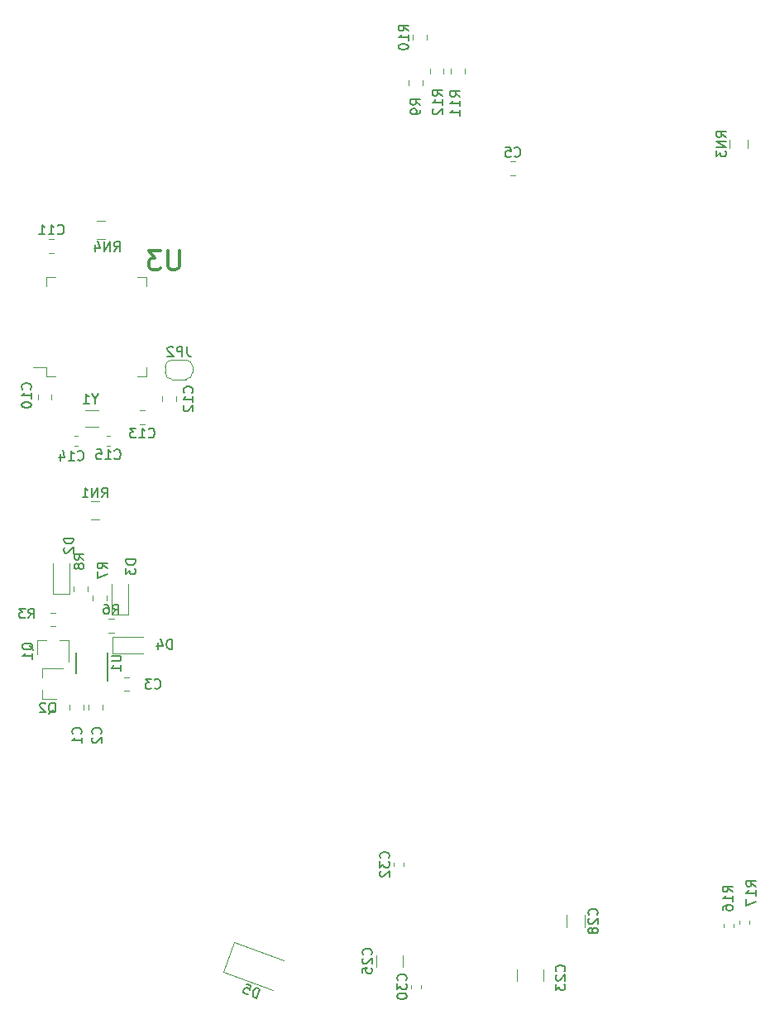
<source format=gbr>
G04 #@! TF.GenerationSoftware,KiCad,Pcbnew,(5.1.5)-3*
G04 #@! TF.CreationDate,2020-10-13T22:13:04-07:00*
G04 #@! TF.ProjectId,LCP_PowerControl,4c43505f-506f-4776-9572-436f6e74726f,rev?*
G04 #@! TF.SameCoordinates,Original*
G04 #@! TF.FileFunction,Legend,Bot*
G04 #@! TF.FilePolarity,Positive*
%FSLAX46Y46*%
G04 Gerber Fmt 4.6, Leading zero omitted, Abs format (unit mm)*
G04 Created by KiCad (PCBNEW (5.1.5)-3) date 2020-10-13 22:13:04*
%MOMM*%
%LPD*%
G04 APERTURE LIST*
%ADD10C,0.120000*%
%ADD11C,0.150000*%
%ADD12C,0.300000*%
G04 APERTURE END LIST*
D10*
X95007500Y-85974422D02*
X95007500Y-86491578D01*
X93587500Y-85974422D02*
X93587500Y-86491578D01*
X87055000Y-87390000D02*
X85705000Y-87390000D01*
X87055000Y-89140000D02*
X85705000Y-89140000D01*
X152652000Y-139964279D02*
X152652000Y-139638721D01*
X153672000Y-139964279D02*
X153672000Y-139638721D01*
X81718000Y-83023000D02*
X80378000Y-83023000D01*
X81718000Y-83973000D02*
X81718000Y-83023000D01*
X82668000Y-83973000D02*
X81718000Y-83973000D01*
X91938000Y-83973000D02*
X91938000Y-83023000D01*
X90988000Y-83973000D02*
X91938000Y-83973000D01*
X81718000Y-73753000D02*
X81718000Y-74703000D01*
X82668000Y-73753000D02*
X81718000Y-73753000D01*
X91938000Y-73753000D02*
X91938000Y-74703000D01*
X90988000Y-73753000D02*
X91938000Y-73753000D01*
D11*
X84719000Y-114333500D02*
X84719000Y-112233500D01*
X87969000Y-115108500D02*
X87969000Y-112233500D01*
D10*
X87673500Y-69862000D02*
X86873500Y-69862000D01*
X87673500Y-68022000D02*
X86873500Y-68022000D01*
X153510500Y-59734500D02*
X153510500Y-60534500D01*
X151670500Y-59734500D02*
X151670500Y-60534500D01*
X86302000Y-96724000D02*
X87102000Y-96724000D01*
X86302000Y-98564000D02*
X87102000Y-98564000D01*
X152021000Y-140019721D02*
X152021000Y-140345279D01*
X151001000Y-140019721D02*
X151001000Y-140345279D01*
X120956000Y-52978578D02*
X120956000Y-52461422D01*
X122376000Y-52978578D02*
X122376000Y-52461422D01*
X124535000Y-52461422D02*
X124535000Y-52978578D01*
X123115000Y-52461422D02*
X123115000Y-52978578D01*
X120661500Y-48968922D02*
X120661500Y-49486078D01*
X119241500Y-48968922D02*
X119241500Y-49486078D01*
X120217000Y-54155078D02*
X120217000Y-53637922D01*
X118797000Y-54155078D02*
X118797000Y-53637922D01*
X85927000Y-105420422D02*
X85927000Y-105937578D01*
X84507000Y-105420422D02*
X84507000Y-105937578D01*
X87895500Y-106406422D02*
X87895500Y-106923578D01*
X86475500Y-106406422D02*
X86475500Y-106923578D01*
X88602078Y-110184000D02*
X88084922Y-110184000D01*
X88602078Y-108764000D02*
X88084922Y-108764000D01*
X82100922Y-108129000D02*
X82618078Y-108129000D01*
X82100922Y-109549000D02*
X82618078Y-109549000D01*
X81234500Y-116962000D02*
X82694500Y-116962000D01*
X81234500Y-113802000D02*
X83394500Y-113802000D01*
X81234500Y-113802000D02*
X81234500Y-114732000D01*
X81234500Y-116962000D02*
X81234500Y-116032000D01*
X80782000Y-110952500D02*
X80782000Y-112412500D01*
X83942000Y-110952500D02*
X83942000Y-113112500D01*
X83942000Y-110952500D02*
X83012000Y-110952500D01*
X80782000Y-110952500D02*
X81712000Y-110952500D01*
X95965000Y-82248500D02*
X94565000Y-82248500D01*
X93865000Y-82948500D02*
X93865000Y-83548500D01*
X94565000Y-84248500D02*
X95965000Y-84248500D01*
X96665000Y-83548500D02*
X96665000Y-82948500D01*
X96665000Y-82948500D02*
G75*
G03X95965000Y-82248500I-700000J0D01*
G01*
X95965000Y-84248500D02*
G75*
G03X96665000Y-83548500I0J700000D01*
G01*
X93865000Y-83548500D02*
G75*
G03X94565000Y-84248500I700000J0D01*
G01*
X94565000Y-82248500D02*
G75*
G03X93865000Y-82948500I0J-700000D01*
G01*
X99796727Y-144940784D02*
X104871067Y-146787693D01*
X100925393Y-141839799D02*
X105999733Y-143686707D01*
X99796727Y-144940784D02*
X100925393Y-141839799D01*
X88460500Y-112292500D02*
X91610500Y-112292500D01*
X88460500Y-110592500D02*
X91610500Y-110592500D01*
X88460500Y-112292500D02*
X88460500Y-110592500D01*
X90067500Y-108326000D02*
X90067500Y-105176000D01*
X88367500Y-108326000D02*
X88367500Y-105176000D01*
X90067500Y-108326000D02*
X88367500Y-108326000D01*
X84035000Y-106210500D02*
X84035000Y-103060500D01*
X82335000Y-106210500D02*
X82335000Y-103060500D01*
X84035000Y-106210500D02*
X82335000Y-106210500D01*
X118302500Y-133733221D02*
X118302500Y-134058779D01*
X117282500Y-133733221D02*
X117282500Y-134058779D01*
X120080500Y-146242721D02*
X120080500Y-146568279D01*
X119060500Y-146242721D02*
X119060500Y-146568279D01*
X134980000Y-140299064D02*
X134980000Y-139094936D01*
X136800000Y-140299064D02*
X136800000Y-139094936D01*
X118225400Y-143184336D02*
X118225400Y-144388464D01*
X115505400Y-143184336D02*
X115505400Y-144388464D01*
X132614500Y-144619436D02*
X132614500Y-145823564D01*
X129894500Y-144619436D02*
X129894500Y-145823564D01*
X87873721Y-90041000D02*
X88199279Y-90041000D01*
X87873721Y-91061000D02*
X88199279Y-91061000D01*
X84935279Y-91061000D02*
X84609721Y-91061000D01*
X84935279Y-90041000D02*
X84609721Y-90041000D01*
X91259922Y-87428000D02*
X91777078Y-87428000D01*
X91259922Y-88848000D02*
X91777078Y-88848000D01*
X82491078Y-71322000D02*
X81973922Y-71322000D01*
X82491078Y-69902000D02*
X81973922Y-69902000D01*
X80824000Y-86301078D02*
X80824000Y-85783922D01*
X82244000Y-86301078D02*
X82244000Y-85783922D01*
X129720078Y-63384500D02*
X129202922Y-63384500D01*
X129720078Y-61964500D02*
X129202922Y-61964500D01*
X89657422Y-114733000D02*
X90174578Y-114733000D01*
X89657422Y-116153000D02*
X90174578Y-116153000D01*
X87451000Y-117548922D02*
X87451000Y-118066078D01*
X86031000Y-117548922D02*
X86031000Y-118066078D01*
X85482500Y-117518922D02*
X85482500Y-118036078D01*
X84062500Y-117518922D02*
X84062500Y-118036078D01*
D11*
X96623142Y-85615542D02*
X96670761Y-85567923D01*
X96718380Y-85425066D01*
X96718380Y-85329828D01*
X96670761Y-85186971D01*
X96575523Y-85091733D01*
X96480285Y-85044114D01*
X96289809Y-84996495D01*
X96146952Y-84996495D01*
X95956476Y-85044114D01*
X95861238Y-85091733D01*
X95766000Y-85186971D01*
X95718380Y-85329828D01*
X95718380Y-85425066D01*
X95766000Y-85567923D01*
X95813619Y-85615542D01*
X96718380Y-86567923D02*
X96718380Y-85996495D01*
X96718380Y-86282209D02*
X95718380Y-86282209D01*
X95861238Y-86186971D01*
X95956476Y-86091733D01*
X96004095Y-85996495D01*
X95813619Y-86948876D02*
X95766000Y-86996495D01*
X95718380Y-87091733D01*
X95718380Y-87329828D01*
X95766000Y-87425066D01*
X95813619Y-87472685D01*
X95908857Y-87520304D01*
X96004095Y-87520304D01*
X96146952Y-87472685D01*
X96718380Y-86901257D01*
X96718380Y-87520304D01*
X86683790Y-86234590D02*
X86683790Y-86710780D01*
X87017123Y-85710780D02*
X86683790Y-86234590D01*
X86350457Y-85710780D01*
X85493314Y-86710780D02*
X86064742Y-86710780D01*
X85779028Y-86710780D02*
X85779028Y-85710780D01*
X85874266Y-85853638D01*
X85969504Y-85948876D01*
X86064742Y-85996495D01*
X154325580Y-136161542D02*
X153849390Y-135828209D01*
X154325580Y-135590114D02*
X153325580Y-135590114D01*
X153325580Y-135971066D01*
X153373200Y-136066304D01*
X153420819Y-136113923D01*
X153516057Y-136161542D01*
X153658914Y-136161542D01*
X153754152Y-136113923D01*
X153801771Y-136066304D01*
X153849390Y-135971066D01*
X153849390Y-135590114D01*
X154325580Y-137113923D02*
X154325580Y-136542495D01*
X154325580Y-136828209D02*
X153325580Y-136828209D01*
X153468438Y-136732971D01*
X153563676Y-136637733D01*
X153611295Y-136542495D01*
X153325580Y-137447257D02*
X153325580Y-138113923D01*
X154325580Y-137685352D01*
D12*
X95300609Y-71040761D02*
X95300609Y-72659809D01*
X95205371Y-72850285D01*
X95110133Y-72945523D01*
X94919657Y-73040761D01*
X94538704Y-73040761D01*
X94348228Y-72945523D01*
X94252990Y-72850285D01*
X94157752Y-72659809D01*
X94157752Y-71040761D01*
X93395847Y-71040761D02*
X92157752Y-71040761D01*
X92824419Y-71802666D01*
X92538704Y-71802666D01*
X92348228Y-71897904D01*
X92252990Y-71993142D01*
X92157752Y-72183619D01*
X92157752Y-72659809D01*
X92252990Y-72850285D01*
X92348228Y-72945523D01*
X92538704Y-73040761D01*
X93110133Y-73040761D01*
X93300609Y-72945523D01*
X93395847Y-72850285D01*
D11*
X88346380Y-112521595D02*
X89155904Y-112521595D01*
X89251142Y-112569214D01*
X89298761Y-112616833D01*
X89346380Y-112712071D01*
X89346380Y-112902547D01*
X89298761Y-112997785D01*
X89251142Y-113045404D01*
X89155904Y-113093023D01*
X88346380Y-113093023D01*
X89346380Y-114093023D02*
X89346380Y-113521595D01*
X89346380Y-113807309D02*
X88346380Y-113807309D01*
X88489238Y-113712071D01*
X88584476Y-113616833D01*
X88632095Y-113521595D01*
X88625276Y-71144380D02*
X88958609Y-70668190D01*
X89196704Y-71144380D02*
X89196704Y-70144380D01*
X88815752Y-70144380D01*
X88720514Y-70192000D01*
X88672895Y-70239619D01*
X88625276Y-70334857D01*
X88625276Y-70477714D01*
X88672895Y-70572952D01*
X88720514Y-70620571D01*
X88815752Y-70668190D01*
X89196704Y-70668190D01*
X88196704Y-71144380D02*
X88196704Y-70144380D01*
X87625276Y-71144380D01*
X87625276Y-70144380D01*
X86720514Y-70477714D02*
X86720514Y-71144380D01*
X86958609Y-70096761D02*
X87196704Y-70811047D01*
X86577657Y-70811047D01*
X151277580Y-59456723D02*
X150801390Y-59123390D01*
X151277580Y-58885295D02*
X150277580Y-58885295D01*
X150277580Y-59266247D01*
X150325200Y-59361485D01*
X150372819Y-59409104D01*
X150468057Y-59456723D01*
X150610914Y-59456723D01*
X150706152Y-59409104D01*
X150753771Y-59361485D01*
X150801390Y-59266247D01*
X150801390Y-58885295D01*
X151277580Y-59885295D02*
X150277580Y-59885295D01*
X151277580Y-60456723D01*
X150277580Y-60456723D01*
X150277580Y-60837676D02*
X150277580Y-61456723D01*
X150658533Y-61123390D01*
X150658533Y-61266247D01*
X150706152Y-61361485D01*
X150753771Y-61409104D01*
X150849009Y-61456723D01*
X151087104Y-61456723D01*
X151182342Y-61409104D01*
X151229961Y-61361485D01*
X151277580Y-61266247D01*
X151277580Y-60980533D01*
X151229961Y-60885295D01*
X151182342Y-60837676D01*
X87392476Y-96346380D02*
X87725809Y-95870190D01*
X87963904Y-96346380D02*
X87963904Y-95346380D01*
X87582952Y-95346380D01*
X87487714Y-95394000D01*
X87440095Y-95441619D01*
X87392476Y-95536857D01*
X87392476Y-95679714D01*
X87440095Y-95774952D01*
X87487714Y-95822571D01*
X87582952Y-95870190D01*
X87963904Y-95870190D01*
X86963904Y-96346380D02*
X86963904Y-95346380D01*
X86392476Y-96346380D01*
X86392476Y-95346380D01*
X85392476Y-96346380D02*
X85963904Y-96346380D01*
X85678190Y-96346380D02*
X85678190Y-95346380D01*
X85773428Y-95489238D01*
X85868666Y-95584476D01*
X85963904Y-95632095D01*
X151937980Y-136720342D02*
X151461790Y-136387009D01*
X151937980Y-136148914D02*
X150937980Y-136148914D01*
X150937980Y-136529866D01*
X150985600Y-136625104D01*
X151033219Y-136672723D01*
X151128457Y-136720342D01*
X151271314Y-136720342D01*
X151366552Y-136672723D01*
X151414171Y-136625104D01*
X151461790Y-136529866D01*
X151461790Y-136148914D01*
X151937980Y-137672723D02*
X151937980Y-137101295D01*
X151937980Y-137387009D02*
X150937980Y-137387009D01*
X151080838Y-137291771D01*
X151176076Y-137196533D01*
X151223695Y-137101295D01*
X150937980Y-138529866D02*
X150937980Y-138339390D01*
X150985600Y-138244152D01*
X151033219Y-138196533D01*
X151176076Y-138101295D01*
X151366552Y-138053676D01*
X151747504Y-138053676D01*
X151842742Y-138101295D01*
X151890361Y-138148914D01*
X151937980Y-138244152D01*
X151937980Y-138434628D01*
X151890361Y-138529866D01*
X151842742Y-138577485D01*
X151747504Y-138625104D01*
X151509409Y-138625104D01*
X151414171Y-138577485D01*
X151366552Y-138529866D01*
X151318933Y-138434628D01*
X151318933Y-138244152D01*
X151366552Y-138148914D01*
X151414171Y-138101295D01*
X151509409Y-138053676D01*
X122219980Y-55237142D02*
X121743790Y-54903809D01*
X122219980Y-54665714D02*
X121219980Y-54665714D01*
X121219980Y-55046666D01*
X121267600Y-55141904D01*
X121315219Y-55189523D01*
X121410457Y-55237142D01*
X121553314Y-55237142D01*
X121648552Y-55189523D01*
X121696171Y-55141904D01*
X121743790Y-55046666D01*
X121743790Y-54665714D01*
X122219980Y-56189523D02*
X122219980Y-55618095D01*
X122219980Y-55903809D02*
X121219980Y-55903809D01*
X121362838Y-55808571D01*
X121458076Y-55713333D01*
X121505695Y-55618095D01*
X121315219Y-56570476D02*
X121267600Y-56618095D01*
X121219980Y-56713333D01*
X121219980Y-56951428D01*
X121267600Y-57046666D01*
X121315219Y-57094285D01*
X121410457Y-57141904D01*
X121505695Y-57141904D01*
X121648552Y-57094285D01*
X122219980Y-56522857D01*
X122219980Y-57141904D01*
X124048780Y-55338742D02*
X123572590Y-55005409D01*
X124048780Y-54767314D02*
X123048780Y-54767314D01*
X123048780Y-55148266D01*
X123096400Y-55243504D01*
X123144019Y-55291123D01*
X123239257Y-55338742D01*
X123382114Y-55338742D01*
X123477352Y-55291123D01*
X123524971Y-55243504D01*
X123572590Y-55148266D01*
X123572590Y-54767314D01*
X124048780Y-56291123D02*
X124048780Y-55719695D01*
X124048780Y-56005409D02*
X123048780Y-56005409D01*
X123191638Y-55910171D01*
X123286876Y-55814933D01*
X123334495Y-55719695D01*
X124048780Y-57243504D02*
X124048780Y-56672076D01*
X124048780Y-56957790D02*
X123048780Y-56957790D01*
X123191638Y-56862552D01*
X123286876Y-56767314D01*
X123334495Y-56672076D01*
X118753880Y-48584642D02*
X118277690Y-48251309D01*
X118753880Y-48013214D02*
X117753880Y-48013214D01*
X117753880Y-48394166D01*
X117801500Y-48489404D01*
X117849119Y-48537023D01*
X117944357Y-48584642D01*
X118087214Y-48584642D01*
X118182452Y-48537023D01*
X118230071Y-48489404D01*
X118277690Y-48394166D01*
X118277690Y-48013214D01*
X118753880Y-49537023D02*
X118753880Y-48965595D01*
X118753880Y-49251309D02*
X117753880Y-49251309D01*
X117896738Y-49156071D01*
X117991976Y-49060833D01*
X118039595Y-48965595D01*
X117753880Y-50156071D02*
X117753880Y-50251309D01*
X117801500Y-50346547D01*
X117849119Y-50394166D01*
X117944357Y-50441785D01*
X118134833Y-50489404D01*
X118372928Y-50489404D01*
X118563404Y-50441785D01*
X118658642Y-50394166D01*
X118706261Y-50346547D01*
X118753880Y-50251309D01*
X118753880Y-50156071D01*
X118706261Y-50060833D01*
X118658642Y-50013214D01*
X118563404Y-49965595D01*
X118372928Y-49917976D01*
X118134833Y-49917976D01*
X117944357Y-49965595D01*
X117849119Y-50013214D01*
X117801500Y-50060833D01*
X117753880Y-50156071D01*
X119984780Y-56170533D02*
X119508590Y-55837200D01*
X119984780Y-55599104D02*
X118984780Y-55599104D01*
X118984780Y-55980057D01*
X119032400Y-56075295D01*
X119080019Y-56122914D01*
X119175257Y-56170533D01*
X119318114Y-56170533D01*
X119413352Y-56122914D01*
X119460971Y-56075295D01*
X119508590Y-55980057D01*
X119508590Y-55599104D01*
X119984780Y-56646723D02*
X119984780Y-56837200D01*
X119937161Y-56932438D01*
X119889542Y-56980057D01*
X119746685Y-57075295D01*
X119556209Y-57122914D01*
X119175257Y-57122914D01*
X119080019Y-57075295D01*
X119032400Y-57027676D01*
X118984780Y-56932438D01*
X118984780Y-56741961D01*
X119032400Y-56646723D01*
X119080019Y-56599104D01*
X119175257Y-56551485D01*
X119413352Y-56551485D01*
X119508590Y-56599104D01*
X119556209Y-56646723D01*
X119603828Y-56741961D01*
X119603828Y-56932438D01*
X119556209Y-57027676D01*
X119508590Y-57075295D01*
X119413352Y-57122914D01*
X85542380Y-102703333D02*
X85066190Y-102370000D01*
X85542380Y-102131904D02*
X84542380Y-102131904D01*
X84542380Y-102512857D01*
X84590000Y-102608095D01*
X84637619Y-102655714D01*
X84732857Y-102703333D01*
X84875714Y-102703333D01*
X84970952Y-102655714D01*
X85018571Y-102608095D01*
X85066190Y-102512857D01*
X85066190Y-102131904D01*
X84970952Y-103274761D02*
X84923333Y-103179523D01*
X84875714Y-103131904D01*
X84780476Y-103084285D01*
X84732857Y-103084285D01*
X84637619Y-103131904D01*
X84590000Y-103179523D01*
X84542380Y-103274761D01*
X84542380Y-103465238D01*
X84590000Y-103560476D01*
X84637619Y-103608095D01*
X84732857Y-103655714D01*
X84780476Y-103655714D01*
X84875714Y-103608095D01*
X84923333Y-103560476D01*
X84970952Y-103465238D01*
X84970952Y-103274761D01*
X85018571Y-103179523D01*
X85066190Y-103131904D01*
X85161428Y-103084285D01*
X85351904Y-103084285D01*
X85447142Y-103131904D01*
X85494761Y-103179523D01*
X85542380Y-103274761D01*
X85542380Y-103465238D01*
X85494761Y-103560476D01*
X85447142Y-103608095D01*
X85351904Y-103655714D01*
X85161428Y-103655714D01*
X85066190Y-103608095D01*
X85018571Y-103560476D01*
X84970952Y-103465238D01*
X87929980Y-103617733D02*
X87453790Y-103284400D01*
X87929980Y-103046304D02*
X86929980Y-103046304D01*
X86929980Y-103427257D01*
X86977600Y-103522495D01*
X87025219Y-103570114D01*
X87120457Y-103617733D01*
X87263314Y-103617733D01*
X87358552Y-103570114D01*
X87406171Y-103522495D01*
X87453790Y-103427257D01*
X87453790Y-103046304D01*
X86929980Y-103951066D02*
X86929980Y-104617733D01*
X87929980Y-104189161D01*
X88510166Y-108276380D02*
X88843500Y-107800190D01*
X89081595Y-108276380D02*
X89081595Y-107276380D01*
X88700642Y-107276380D01*
X88605404Y-107324000D01*
X88557785Y-107371619D01*
X88510166Y-107466857D01*
X88510166Y-107609714D01*
X88557785Y-107704952D01*
X88605404Y-107752571D01*
X88700642Y-107800190D01*
X89081595Y-107800190D01*
X87653023Y-107276380D02*
X87843500Y-107276380D01*
X87938738Y-107324000D01*
X87986357Y-107371619D01*
X88081595Y-107514476D01*
X88129214Y-107704952D01*
X88129214Y-108085904D01*
X88081595Y-108181142D01*
X88033976Y-108228761D01*
X87938738Y-108276380D01*
X87748261Y-108276380D01*
X87653023Y-108228761D01*
X87605404Y-108181142D01*
X87557785Y-108085904D01*
X87557785Y-107847809D01*
X87605404Y-107752571D01*
X87653023Y-107704952D01*
X87748261Y-107657333D01*
X87938738Y-107657333D01*
X88033976Y-107704952D01*
X88081595Y-107752571D01*
X88129214Y-107847809D01*
X79871866Y-108707180D02*
X80205200Y-108230990D01*
X80443295Y-108707180D02*
X80443295Y-107707180D01*
X80062342Y-107707180D01*
X79967104Y-107754800D01*
X79919485Y-107802419D01*
X79871866Y-107897657D01*
X79871866Y-108040514D01*
X79919485Y-108135752D01*
X79967104Y-108183371D01*
X80062342Y-108230990D01*
X80443295Y-108230990D01*
X79538533Y-107707180D02*
X78919485Y-107707180D01*
X79252819Y-108088133D01*
X79109961Y-108088133D01*
X79014723Y-108135752D01*
X78967104Y-108183371D01*
X78919485Y-108278609D01*
X78919485Y-108516704D01*
X78967104Y-108611942D01*
X79014723Y-108659561D01*
X79109961Y-108707180D01*
X79395676Y-108707180D01*
X79490914Y-108659561D01*
X79538533Y-108611942D01*
X81934038Y-118454419D02*
X82029276Y-118406800D01*
X82124514Y-118311561D01*
X82267371Y-118168704D01*
X82362609Y-118121085D01*
X82457847Y-118121085D01*
X82410228Y-118359180D02*
X82505466Y-118311561D01*
X82600704Y-118216323D01*
X82648323Y-118025847D01*
X82648323Y-117692514D01*
X82600704Y-117502038D01*
X82505466Y-117406800D01*
X82410228Y-117359180D01*
X82219752Y-117359180D01*
X82124514Y-117406800D01*
X82029276Y-117502038D01*
X81981657Y-117692514D01*
X81981657Y-118025847D01*
X82029276Y-118216323D01*
X82124514Y-118311561D01*
X82219752Y-118359180D01*
X82410228Y-118359180D01*
X81600704Y-117454419D02*
X81553085Y-117406800D01*
X81457847Y-117359180D01*
X81219752Y-117359180D01*
X81124514Y-117406800D01*
X81076895Y-117454419D01*
X81029276Y-117549657D01*
X81029276Y-117644895D01*
X81076895Y-117787752D01*
X81648323Y-118359180D01*
X81029276Y-118359180D01*
X80354419Y-111969561D02*
X80306800Y-111874323D01*
X80211561Y-111779085D01*
X80068704Y-111636228D01*
X80021085Y-111540990D01*
X80021085Y-111445752D01*
X80259180Y-111493371D02*
X80211561Y-111398133D01*
X80116323Y-111302895D01*
X79925847Y-111255276D01*
X79592514Y-111255276D01*
X79402038Y-111302895D01*
X79306800Y-111398133D01*
X79259180Y-111493371D01*
X79259180Y-111683847D01*
X79306800Y-111779085D01*
X79402038Y-111874323D01*
X79592514Y-111921942D01*
X79925847Y-111921942D01*
X80116323Y-111874323D01*
X80211561Y-111779085D01*
X80259180Y-111683847D01*
X80259180Y-111493371D01*
X80259180Y-112874323D02*
X80259180Y-112302895D01*
X80259180Y-112588609D02*
X79259180Y-112588609D01*
X79402038Y-112493371D01*
X79497276Y-112398133D01*
X79544895Y-112302895D01*
X96098333Y-80900880D02*
X96098333Y-81615166D01*
X96145952Y-81758023D01*
X96241190Y-81853261D01*
X96384047Y-81900880D01*
X96479285Y-81900880D01*
X95622142Y-81900880D02*
X95622142Y-80900880D01*
X95241190Y-80900880D01*
X95145952Y-80948500D01*
X95098333Y-80996119D01*
X95050714Y-81091357D01*
X95050714Y-81234214D01*
X95098333Y-81329452D01*
X95145952Y-81377071D01*
X95241190Y-81424690D01*
X95622142Y-81424690D01*
X94669761Y-80996119D02*
X94622142Y-80948500D01*
X94526904Y-80900880D01*
X94288809Y-80900880D01*
X94193571Y-80948500D01*
X94145952Y-80996119D01*
X94098333Y-81091357D01*
X94098333Y-81186595D01*
X94145952Y-81329452D01*
X94717380Y-81900880D01*
X94098333Y-81900880D01*
X103239824Y-147579934D02*
X103581844Y-146640241D01*
X103358108Y-146558808D01*
X103207579Y-146554695D01*
X103085511Y-146611616D01*
X103008191Y-146684824D01*
X102898297Y-146847527D01*
X102849437Y-146981768D01*
X102829037Y-147177044D01*
X102841211Y-147282825D01*
X102898132Y-147404893D01*
X103016087Y-147498501D01*
X103239824Y-147579934D01*
X102194679Y-146135354D02*
X102642151Y-146298221D01*
X102524032Y-146761981D01*
X102495571Y-146700947D01*
X102422363Y-146623626D01*
X102198627Y-146542193D01*
X102092846Y-146554367D01*
X102031812Y-146582827D01*
X101954491Y-146656035D01*
X101873058Y-146879771D01*
X101885232Y-146985553D01*
X101913692Y-147046587D01*
X101986900Y-147123907D01*
X102210637Y-147205340D01*
X102316418Y-147193167D01*
X102377452Y-147164706D01*
X94565695Y-111856780D02*
X94565695Y-110856780D01*
X94327600Y-110856780D01*
X94184742Y-110904400D01*
X94089504Y-110999638D01*
X94041885Y-111094876D01*
X93994266Y-111285352D01*
X93994266Y-111428209D01*
X94041885Y-111618685D01*
X94089504Y-111713923D01*
X94184742Y-111809161D01*
X94327600Y-111856780D01*
X94565695Y-111856780D01*
X93137123Y-111190114D02*
X93137123Y-111856780D01*
X93375219Y-110809161D02*
X93613314Y-111523447D01*
X92994266Y-111523447D01*
X90825580Y-102690704D02*
X89825580Y-102690704D01*
X89825580Y-102928800D01*
X89873200Y-103071657D01*
X89968438Y-103166895D01*
X90063676Y-103214514D01*
X90254152Y-103262133D01*
X90397009Y-103262133D01*
X90587485Y-103214514D01*
X90682723Y-103166895D01*
X90777961Y-103071657D01*
X90825580Y-102928800D01*
X90825580Y-102690704D01*
X89825580Y-103595466D02*
X89825580Y-104214514D01*
X90206533Y-103881180D01*
X90206533Y-104024038D01*
X90254152Y-104119276D01*
X90301771Y-104166895D01*
X90397009Y-104214514D01*
X90635104Y-104214514D01*
X90730342Y-104166895D01*
X90777961Y-104119276D01*
X90825580Y-104024038D01*
X90825580Y-103738323D01*
X90777961Y-103643085D01*
X90730342Y-103595466D01*
X84475580Y-100506304D02*
X83475580Y-100506304D01*
X83475580Y-100744400D01*
X83523200Y-100887257D01*
X83618438Y-100982495D01*
X83713676Y-101030114D01*
X83904152Y-101077733D01*
X84047009Y-101077733D01*
X84237485Y-101030114D01*
X84332723Y-100982495D01*
X84427961Y-100887257D01*
X84475580Y-100744400D01*
X84475580Y-100506304D01*
X83570819Y-101458685D02*
X83523200Y-101506304D01*
X83475580Y-101601542D01*
X83475580Y-101839638D01*
X83523200Y-101934876D01*
X83570819Y-101982495D01*
X83666057Y-102030114D01*
X83761295Y-102030114D01*
X83904152Y-101982495D01*
X84475580Y-101411066D01*
X84475580Y-102030114D01*
X116719642Y-133253142D02*
X116767261Y-133205523D01*
X116814880Y-133062666D01*
X116814880Y-132967428D01*
X116767261Y-132824571D01*
X116672023Y-132729333D01*
X116576785Y-132681714D01*
X116386309Y-132634095D01*
X116243452Y-132634095D01*
X116052976Y-132681714D01*
X115957738Y-132729333D01*
X115862500Y-132824571D01*
X115814880Y-132967428D01*
X115814880Y-133062666D01*
X115862500Y-133205523D01*
X115910119Y-133253142D01*
X115814880Y-133586476D02*
X115814880Y-134205523D01*
X116195833Y-133872190D01*
X116195833Y-134015047D01*
X116243452Y-134110285D01*
X116291071Y-134157904D01*
X116386309Y-134205523D01*
X116624404Y-134205523D01*
X116719642Y-134157904D01*
X116767261Y-134110285D01*
X116814880Y-134015047D01*
X116814880Y-133729333D01*
X116767261Y-133634095D01*
X116719642Y-133586476D01*
X115910119Y-134586476D02*
X115862500Y-134634095D01*
X115814880Y-134729333D01*
X115814880Y-134967428D01*
X115862500Y-135062666D01*
X115910119Y-135110285D01*
X116005357Y-135157904D01*
X116100595Y-135157904D01*
X116243452Y-135110285D01*
X116814880Y-134538857D01*
X116814880Y-135157904D01*
X118497642Y-145762642D02*
X118545261Y-145715023D01*
X118592880Y-145572166D01*
X118592880Y-145476928D01*
X118545261Y-145334071D01*
X118450023Y-145238833D01*
X118354785Y-145191214D01*
X118164309Y-145143595D01*
X118021452Y-145143595D01*
X117830976Y-145191214D01*
X117735738Y-145238833D01*
X117640500Y-145334071D01*
X117592880Y-145476928D01*
X117592880Y-145572166D01*
X117640500Y-145715023D01*
X117688119Y-145762642D01*
X117592880Y-146095976D02*
X117592880Y-146715023D01*
X117973833Y-146381690D01*
X117973833Y-146524547D01*
X118021452Y-146619785D01*
X118069071Y-146667404D01*
X118164309Y-146715023D01*
X118402404Y-146715023D01*
X118497642Y-146667404D01*
X118545261Y-146619785D01*
X118592880Y-146524547D01*
X118592880Y-146238833D01*
X118545261Y-146143595D01*
X118497642Y-146095976D01*
X117592880Y-147334071D02*
X117592880Y-147429309D01*
X117640500Y-147524547D01*
X117688119Y-147572166D01*
X117783357Y-147619785D01*
X117973833Y-147667404D01*
X118211928Y-147667404D01*
X118402404Y-147619785D01*
X118497642Y-147572166D01*
X118545261Y-147524547D01*
X118592880Y-147429309D01*
X118592880Y-147334071D01*
X118545261Y-147238833D01*
X118497642Y-147191214D01*
X118402404Y-147143595D01*
X118211928Y-147095976D01*
X117973833Y-147095976D01*
X117783357Y-147143595D01*
X117688119Y-147191214D01*
X117640500Y-147238833D01*
X117592880Y-147334071D01*
X138067142Y-139054142D02*
X138114761Y-139006523D01*
X138162380Y-138863666D01*
X138162380Y-138768428D01*
X138114761Y-138625571D01*
X138019523Y-138530333D01*
X137924285Y-138482714D01*
X137733809Y-138435095D01*
X137590952Y-138435095D01*
X137400476Y-138482714D01*
X137305238Y-138530333D01*
X137210000Y-138625571D01*
X137162380Y-138768428D01*
X137162380Y-138863666D01*
X137210000Y-139006523D01*
X137257619Y-139054142D01*
X137257619Y-139435095D02*
X137210000Y-139482714D01*
X137162380Y-139577952D01*
X137162380Y-139816047D01*
X137210000Y-139911285D01*
X137257619Y-139958904D01*
X137352857Y-140006523D01*
X137448095Y-140006523D01*
X137590952Y-139958904D01*
X138162380Y-139387476D01*
X138162380Y-140006523D01*
X137590952Y-140577952D02*
X137543333Y-140482714D01*
X137495714Y-140435095D01*
X137400476Y-140387476D01*
X137352857Y-140387476D01*
X137257619Y-140435095D01*
X137210000Y-140482714D01*
X137162380Y-140577952D01*
X137162380Y-140768428D01*
X137210000Y-140863666D01*
X137257619Y-140911285D01*
X137352857Y-140958904D01*
X137400476Y-140958904D01*
X137495714Y-140911285D01*
X137543333Y-140863666D01*
X137590952Y-140768428D01*
X137590952Y-140577952D01*
X137638571Y-140482714D01*
X137686190Y-140435095D01*
X137781428Y-140387476D01*
X137971904Y-140387476D01*
X138067142Y-140435095D01*
X138114761Y-140482714D01*
X138162380Y-140577952D01*
X138162380Y-140768428D01*
X138114761Y-140863666D01*
X138067142Y-140911285D01*
X137971904Y-140958904D01*
X137781428Y-140958904D01*
X137686190Y-140911285D01*
X137638571Y-140863666D01*
X137590952Y-140768428D01*
X114942542Y-143143542D02*
X114990161Y-143095923D01*
X115037780Y-142953066D01*
X115037780Y-142857828D01*
X114990161Y-142714971D01*
X114894923Y-142619733D01*
X114799685Y-142572114D01*
X114609209Y-142524495D01*
X114466352Y-142524495D01*
X114275876Y-142572114D01*
X114180638Y-142619733D01*
X114085400Y-142714971D01*
X114037780Y-142857828D01*
X114037780Y-142953066D01*
X114085400Y-143095923D01*
X114133019Y-143143542D01*
X114133019Y-143524495D02*
X114085400Y-143572114D01*
X114037780Y-143667352D01*
X114037780Y-143905447D01*
X114085400Y-144000685D01*
X114133019Y-144048304D01*
X114228257Y-144095923D01*
X114323495Y-144095923D01*
X114466352Y-144048304D01*
X115037780Y-143476876D01*
X115037780Y-144095923D01*
X114037780Y-145000685D02*
X114037780Y-144524495D01*
X114513971Y-144476876D01*
X114466352Y-144524495D01*
X114418733Y-144619733D01*
X114418733Y-144857828D01*
X114466352Y-144953066D01*
X114513971Y-145000685D01*
X114609209Y-145048304D01*
X114847304Y-145048304D01*
X114942542Y-145000685D01*
X114990161Y-144953066D01*
X115037780Y-144857828D01*
X115037780Y-144619733D01*
X114990161Y-144524495D01*
X114942542Y-144476876D01*
X134723142Y-144848342D02*
X134770761Y-144800723D01*
X134818380Y-144657866D01*
X134818380Y-144562628D01*
X134770761Y-144419771D01*
X134675523Y-144324533D01*
X134580285Y-144276914D01*
X134389809Y-144229295D01*
X134246952Y-144229295D01*
X134056476Y-144276914D01*
X133961238Y-144324533D01*
X133866000Y-144419771D01*
X133818380Y-144562628D01*
X133818380Y-144657866D01*
X133866000Y-144800723D01*
X133913619Y-144848342D01*
X133913619Y-145229295D02*
X133866000Y-145276914D01*
X133818380Y-145372152D01*
X133818380Y-145610247D01*
X133866000Y-145705485D01*
X133913619Y-145753104D01*
X134008857Y-145800723D01*
X134104095Y-145800723D01*
X134246952Y-145753104D01*
X134818380Y-145181676D01*
X134818380Y-145800723D01*
X133818380Y-146134057D02*
X133818380Y-146753104D01*
X134199333Y-146419771D01*
X134199333Y-146562628D01*
X134246952Y-146657866D01*
X134294571Y-146705485D01*
X134389809Y-146753104D01*
X134627904Y-146753104D01*
X134723142Y-146705485D01*
X134770761Y-146657866D01*
X134818380Y-146562628D01*
X134818380Y-146276914D01*
X134770761Y-146181676D01*
X134723142Y-146134057D01*
X88679357Y-92338142D02*
X88726976Y-92385761D01*
X88869833Y-92433380D01*
X88965071Y-92433380D01*
X89107928Y-92385761D01*
X89203166Y-92290523D01*
X89250785Y-92195285D01*
X89298404Y-92004809D01*
X89298404Y-91861952D01*
X89250785Y-91671476D01*
X89203166Y-91576238D01*
X89107928Y-91481000D01*
X88965071Y-91433380D01*
X88869833Y-91433380D01*
X88726976Y-91481000D01*
X88679357Y-91528619D01*
X87726976Y-92433380D02*
X88298404Y-92433380D01*
X88012690Y-92433380D02*
X88012690Y-91433380D01*
X88107928Y-91576238D01*
X88203166Y-91671476D01*
X88298404Y-91719095D01*
X86822214Y-91433380D02*
X87298404Y-91433380D01*
X87346023Y-91909571D01*
X87298404Y-91861952D01*
X87203166Y-91814333D01*
X86965071Y-91814333D01*
X86869833Y-91861952D01*
X86822214Y-91909571D01*
X86774595Y-92004809D01*
X86774595Y-92242904D01*
X86822214Y-92338142D01*
X86869833Y-92385761D01*
X86965071Y-92433380D01*
X87203166Y-92433380D01*
X87298404Y-92385761D01*
X87346023Y-92338142D01*
X84920057Y-92457542D02*
X84967676Y-92505161D01*
X85110533Y-92552780D01*
X85205771Y-92552780D01*
X85348628Y-92505161D01*
X85443866Y-92409923D01*
X85491485Y-92314685D01*
X85539104Y-92124209D01*
X85539104Y-91981352D01*
X85491485Y-91790876D01*
X85443866Y-91695638D01*
X85348628Y-91600400D01*
X85205771Y-91552780D01*
X85110533Y-91552780D01*
X84967676Y-91600400D01*
X84920057Y-91648019D01*
X83967676Y-92552780D02*
X84539104Y-92552780D01*
X84253390Y-92552780D02*
X84253390Y-91552780D01*
X84348628Y-91695638D01*
X84443866Y-91790876D01*
X84539104Y-91838495D01*
X83110533Y-91886114D02*
X83110533Y-92552780D01*
X83348628Y-91505161D02*
X83586723Y-92219447D01*
X82967676Y-92219447D01*
X92161357Y-90145142D02*
X92208976Y-90192761D01*
X92351833Y-90240380D01*
X92447071Y-90240380D01*
X92589928Y-90192761D01*
X92685166Y-90097523D01*
X92732785Y-90002285D01*
X92780404Y-89811809D01*
X92780404Y-89668952D01*
X92732785Y-89478476D01*
X92685166Y-89383238D01*
X92589928Y-89288000D01*
X92447071Y-89240380D01*
X92351833Y-89240380D01*
X92208976Y-89288000D01*
X92161357Y-89335619D01*
X91208976Y-90240380D02*
X91780404Y-90240380D01*
X91494690Y-90240380D02*
X91494690Y-89240380D01*
X91589928Y-89383238D01*
X91685166Y-89478476D01*
X91780404Y-89526095D01*
X90875642Y-89240380D02*
X90256595Y-89240380D01*
X90589928Y-89621333D01*
X90447071Y-89621333D01*
X90351833Y-89668952D01*
X90304214Y-89716571D01*
X90256595Y-89811809D01*
X90256595Y-90049904D01*
X90304214Y-90145142D01*
X90351833Y-90192761D01*
X90447071Y-90240380D01*
X90732785Y-90240380D01*
X90828023Y-90192761D01*
X90875642Y-90145142D01*
X82875357Y-69319142D02*
X82922976Y-69366761D01*
X83065833Y-69414380D01*
X83161071Y-69414380D01*
X83303928Y-69366761D01*
X83399166Y-69271523D01*
X83446785Y-69176285D01*
X83494404Y-68985809D01*
X83494404Y-68842952D01*
X83446785Y-68652476D01*
X83399166Y-68557238D01*
X83303928Y-68462000D01*
X83161071Y-68414380D01*
X83065833Y-68414380D01*
X82922976Y-68462000D01*
X82875357Y-68509619D01*
X81922976Y-69414380D02*
X82494404Y-69414380D01*
X82208690Y-69414380D02*
X82208690Y-68414380D01*
X82303928Y-68557238D01*
X82399166Y-68652476D01*
X82494404Y-68700095D01*
X80970595Y-69414380D02*
X81542023Y-69414380D01*
X81256309Y-69414380D02*
X81256309Y-68414380D01*
X81351547Y-68557238D01*
X81446785Y-68652476D01*
X81542023Y-68700095D01*
X80062342Y-85259942D02*
X80109961Y-85212323D01*
X80157580Y-85069466D01*
X80157580Y-84974228D01*
X80109961Y-84831371D01*
X80014723Y-84736133D01*
X79919485Y-84688514D01*
X79729009Y-84640895D01*
X79586152Y-84640895D01*
X79395676Y-84688514D01*
X79300438Y-84736133D01*
X79205200Y-84831371D01*
X79157580Y-84974228D01*
X79157580Y-85069466D01*
X79205200Y-85212323D01*
X79252819Y-85259942D01*
X80157580Y-86212323D02*
X80157580Y-85640895D01*
X80157580Y-85926609D02*
X79157580Y-85926609D01*
X79300438Y-85831371D01*
X79395676Y-85736133D01*
X79443295Y-85640895D01*
X79157580Y-86831371D02*
X79157580Y-86926609D01*
X79205200Y-87021847D01*
X79252819Y-87069466D01*
X79348057Y-87117085D01*
X79538533Y-87164704D01*
X79776628Y-87164704D01*
X79967104Y-87117085D01*
X80062342Y-87069466D01*
X80109961Y-87021847D01*
X80157580Y-86926609D01*
X80157580Y-86831371D01*
X80109961Y-86736133D01*
X80062342Y-86688514D01*
X79967104Y-86640895D01*
X79776628Y-86593276D01*
X79538533Y-86593276D01*
X79348057Y-86640895D01*
X79252819Y-86688514D01*
X79205200Y-86736133D01*
X79157580Y-86831371D01*
X129628166Y-61381642D02*
X129675785Y-61429261D01*
X129818642Y-61476880D01*
X129913880Y-61476880D01*
X130056738Y-61429261D01*
X130151976Y-61334023D01*
X130199595Y-61238785D01*
X130247214Y-61048309D01*
X130247214Y-60905452D01*
X130199595Y-60714976D01*
X130151976Y-60619738D01*
X130056738Y-60524500D01*
X129913880Y-60476880D01*
X129818642Y-60476880D01*
X129675785Y-60524500D01*
X129628166Y-60572119D01*
X128723404Y-60476880D02*
X129199595Y-60476880D01*
X129247214Y-60953071D01*
X129199595Y-60905452D01*
X129104357Y-60857833D01*
X128866261Y-60857833D01*
X128771023Y-60905452D01*
X128723404Y-60953071D01*
X128675785Y-61048309D01*
X128675785Y-61286404D01*
X128723404Y-61381642D01*
X128771023Y-61429261D01*
X128866261Y-61476880D01*
X129104357Y-61476880D01*
X129199595Y-61429261D01*
X129247214Y-61381642D01*
X92775066Y-115825542D02*
X92822685Y-115873161D01*
X92965542Y-115920780D01*
X93060780Y-115920780D01*
X93203638Y-115873161D01*
X93298876Y-115777923D01*
X93346495Y-115682685D01*
X93394114Y-115492209D01*
X93394114Y-115349352D01*
X93346495Y-115158876D01*
X93298876Y-115063638D01*
X93203638Y-114968400D01*
X93060780Y-114920780D01*
X92965542Y-114920780D01*
X92822685Y-114968400D01*
X92775066Y-115016019D01*
X92441733Y-114920780D02*
X91822685Y-114920780D01*
X92156019Y-115301733D01*
X92013161Y-115301733D01*
X91917923Y-115349352D01*
X91870304Y-115396971D01*
X91822685Y-115492209D01*
X91822685Y-115730304D01*
X91870304Y-115825542D01*
X91917923Y-115873161D01*
X92013161Y-115920780D01*
X92298876Y-115920780D01*
X92394114Y-115873161D01*
X92441733Y-115825542D01*
X87275942Y-120534133D02*
X87323561Y-120486514D01*
X87371180Y-120343657D01*
X87371180Y-120248419D01*
X87323561Y-120105561D01*
X87228323Y-120010323D01*
X87133085Y-119962704D01*
X86942609Y-119915085D01*
X86799752Y-119915085D01*
X86609276Y-119962704D01*
X86514038Y-120010323D01*
X86418800Y-120105561D01*
X86371180Y-120248419D01*
X86371180Y-120343657D01*
X86418800Y-120486514D01*
X86466419Y-120534133D01*
X86466419Y-120915085D02*
X86418800Y-120962704D01*
X86371180Y-121057942D01*
X86371180Y-121296038D01*
X86418800Y-121391276D01*
X86466419Y-121438895D01*
X86561657Y-121486514D01*
X86656895Y-121486514D01*
X86799752Y-121438895D01*
X87371180Y-120867466D01*
X87371180Y-121486514D01*
X85243942Y-120534133D02*
X85291561Y-120486514D01*
X85339180Y-120343657D01*
X85339180Y-120248419D01*
X85291561Y-120105561D01*
X85196323Y-120010323D01*
X85101085Y-119962704D01*
X84910609Y-119915085D01*
X84767752Y-119915085D01*
X84577276Y-119962704D01*
X84482038Y-120010323D01*
X84386800Y-120105561D01*
X84339180Y-120248419D01*
X84339180Y-120343657D01*
X84386800Y-120486514D01*
X84434419Y-120534133D01*
X85339180Y-121486514D02*
X85339180Y-120915085D01*
X85339180Y-121200800D02*
X84339180Y-121200800D01*
X84482038Y-121105561D01*
X84577276Y-121010323D01*
X84624895Y-120915085D01*
M02*

</source>
